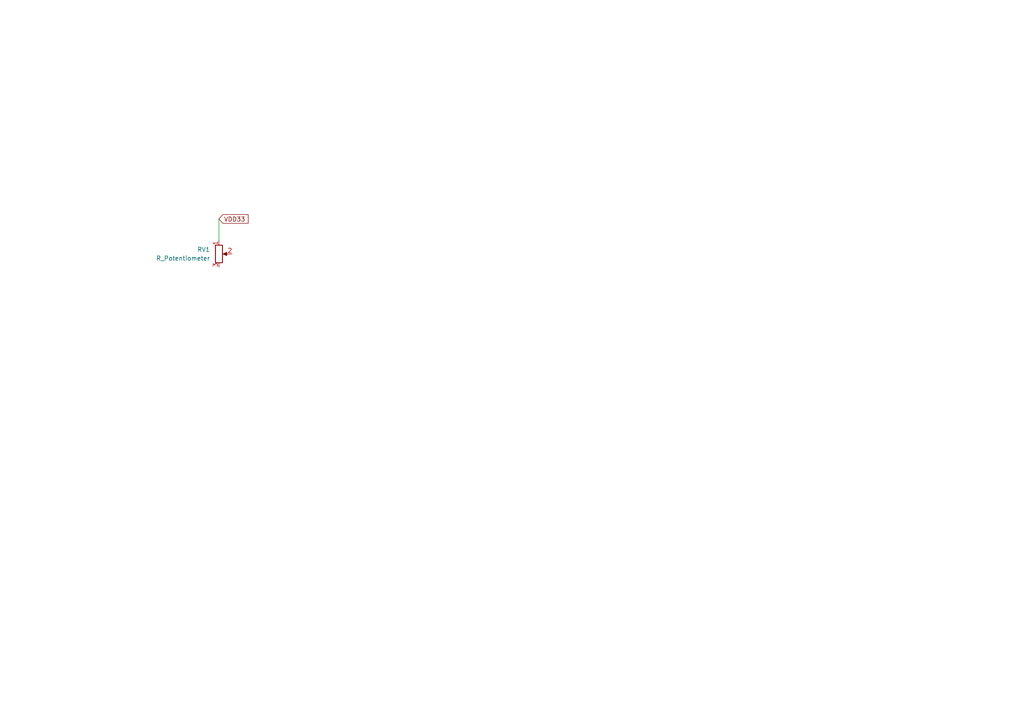
<source format=kicad_sch>
(kicad_sch (version 20250114) (generator "eeschema") (generator_version "9.0")
  (paper "A4")
  (lib_symbols
    (symbol "Device:R_Potentiometer" (pin_names (offset 1.016) (hide yes))
      (property "Reference" "RV" (at -4.445 0 90))
      (property "Value" "R_Potentiometer" (at -2.54 0 90))
      (symbol "R_Potentiometer_0_1"
        (rectangle (start 1.016 2.54) (end -1.016 -2.54) (stroke (width 0.254)))
        (polyline (pts (xy 1.143 0) (xy 2.286 0.508) (xy 2.286 -0.508) (xy 1.143 0)) (fill (type outline)))
        (polyline (pts (xy 2.54 0) (xy 1.524 0)))
      )
      (symbol "R_Potentiometer_1_1"
        (pin passive line (at 0 3.81 270) (length 1.27) (name "1") (number "1"))
        (pin passive line (at 0 -3.81 90) (length 1.27) (name "3") (number "3"))
        (pin passive line (at 3.81 0 180) (length 1.27) (name "2") (number "2"))
      )
    )
  )
  (wire (pts (xy 63.5 63.5) (xy 63.5 69.85)))
  (global_label "VDD33" (shape input) (at 63.5 63.5 0) (property "Intersheetrefs" "${INTERSHEET_REFS}" (effects (hide yes))))
  (symbol (lib_id "Device:R_Potentiometer") (at 63.5 73.66 0) (unit 1)
    (property "Reference" "RV1" (at 60.96 72.3899 0) (effects (justify right)))
    (property "Value" "R_Potentiometer" (at 60.96 74.9299 0) (effects (justify right)))
    (property "Footprint" "3306K:TRIM_3306K-1-202" (effects (hide yes)))
    (property "Description" "Potentiometer" (effects (hide yes)))
  )
)
</source>
